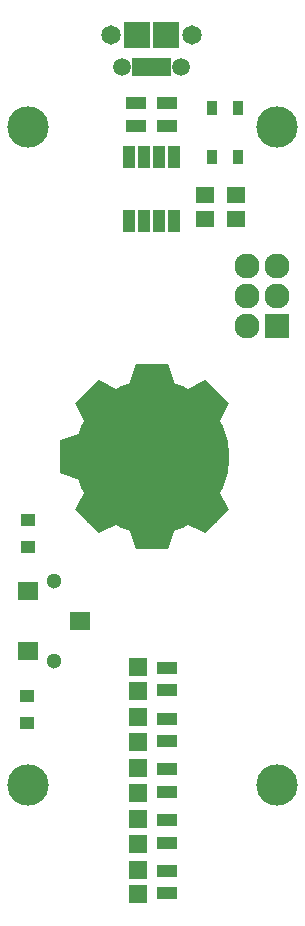
<source format=gts>
G04 #@! TF.GenerationSoftware,KiCad,Pcbnew,(2017-01-24 revision 0b6147e)-makepkg*
G04 #@! TF.CreationDate,2017-06-09T22:20:51-07:00*
G04 #@! TF.ProjectId,POVSpinner,504F565370696E6E65722E6B69636164,rev?*
G04 #@! TF.FileFunction,Soldermask,Top*
G04 #@! TF.FilePolarity,Negative*
%FSLAX46Y46*%
G04 Gerber Fmt 4.6, Leading zero omitted, Abs format (unit mm)*
G04 Created by KiCad (PCBNEW (2017-01-24 revision 0b6147e)-makepkg) date 06/09/17 22:20:51*
%MOMM*%
%LPD*%
G01*
G04 APERTURE LIST*
%ADD10C,0.100000*%
%ADD11R,1.000000X1.950000*%
%ADD12C,3.500000*%
%ADD13R,1.650000X1.400000*%
%ADD14R,1.598880X1.598880*%
%ADD15R,1.700000X1.100000*%
%ADD16R,0.901700X1.303020*%
%ADD17R,1.800000X1.600000*%
%ADD18C,1.300000*%
%ADD19C,1.504000*%
%ADD20C,1.650006*%
%ADD21R,2.299920X2.299920*%
%ADD22R,0.652780X1.602740*%
%ADD23C,1.900000*%
%ADD24C,13.100000*%
%ADD25R,2.127200X2.127200*%
%ADD26O,2.127200X2.127200*%
%ADD27R,1.230000X1.030000*%
G04 APERTURE END LIST*
D10*
D11*
X126405000Y-60700000D03*
X125135000Y-60700000D03*
X123865000Y-60700000D03*
X122595000Y-60700000D03*
X122595000Y-66100000D03*
X123865000Y-66100000D03*
X125135000Y-66100000D03*
X126405000Y-66100000D03*
D12*
X135155000Y-58200000D03*
X114045000Y-58200000D03*
X135155000Y-113900000D03*
X114045000Y-113900000D03*
D13*
X129050000Y-65930000D03*
X129050000Y-63930000D03*
X131630000Y-63920000D03*
X131630000Y-65920000D03*
D14*
X123400000Y-121050980D03*
X123400000Y-123149020D03*
X123400000Y-118849020D03*
X123400000Y-116750980D03*
X123400000Y-112450980D03*
X123400000Y-114549020D03*
X123400000Y-110249020D03*
X123400000Y-108150980D03*
X123400000Y-103850980D03*
X123400000Y-105949020D03*
D15*
X125800000Y-58050000D03*
X125800000Y-56150000D03*
X123200000Y-56150000D03*
X123200000Y-58050000D03*
X125800000Y-123050000D03*
X125800000Y-121150000D03*
X125800000Y-116850000D03*
X125800000Y-118750000D03*
X125800000Y-114450000D03*
X125800000Y-112550000D03*
X125800000Y-108250000D03*
X125800000Y-110150000D03*
X125800000Y-105850000D03*
X125800000Y-103950000D03*
D16*
X131814420Y-56547360D03*
X131814420Y-60692640D03*
X129665580Y-56547360D03*
X129665580Y-60692640D03*
D17*
X114042740Y-97493020D03*
X114042740Y-102493020D03*
X118442740Y-99993020D03*
D18*
X116242740Y-96593020D03*
X116242740Y-103393020D03*
D19*
X127002060Y-53070000D03*
X122002060Y-53070000D03*
D20*
X121070000Y-50400000D03*
X127930000Y-50400000D03*
D21*
X123301120Y-50395380D03*
X125698880Y-50395380D03*
D22*
X123202060Y-53070000D03*
X123852300Y-53070000D03*
X124500000Y-53070000D03*
X125147700Y-53070000D03*
X125797940Y-53070000D03*
D23*
X124550000Y-79222000D03*
D10*
G36*
X126577486Y-80172000D02*
X122522514Y-80172000D01*
X123155848Y-78272000D01*
X125944152Y-78272000D01*
X126577486Y-80172000D01*
X126577486Y-80172000D01*
G37*
D24*
X124550000Y-86080000D03*
D23*
X124550000Y-92938000D03*
D10*
G36*
X122522514Y-91988000D02*
X126577486Y-91988000D01*
X125944152Y-93888000D01*
X123155848Y-93888000D01*
X122522514Y-91988000D01*
X122522514Y-91988000D01*
G37*
D23*
X119724000Y-81254000D03*
D10*
G36*
X121829401Y-80492102D02*
X118962102Y-83359401D01*
X118066434Y-81568063D01*
X120038063Y-79596434D01*
X121829401Y-80492102D01*
X121829401Y-80492102D01*
G37*
D23*
X129376000Y-81254000D03*
D10*
G36*
X130137898Y-83359401D02*
X127270599Y-80492102D01*
X129061937Y-79596434D01*
X131033566Y-81568063D01*
X130137898Y-83359401D01*
X130137898Y-83359401D01*
G37*
D23*
X119724000Y-90906000D03*
D10*
G36*
X118962102Y-88800599D02*
X121829401Y-91667898D01*
X120038063Y-92563566D01*
X118066434Y-90591937D01*
X118962102Y-88800599D01*
X118962102Y-88800599D01*
G37*
D23*
X129376000Y-90906000D03*
D10*
G36*
X127270599Y-91667898D02*
X130137898Y-88800599D01*
X131033566Y-90591937D01*
X129061937Y-92563566D01*
X127270599Y-91667898D01*
X127270599Y-91667898D01*
G37*
D23*
X117692000Y-86080000D03*
D10*
G36*
X118642000Y-84052514D02*
X118642000Y-88107486D01*
X116742000Y-87474152D01*
X116742000Y-84685848D01*
X118642000Y-84052514D01*
X118642000Y-84052514D01*
G37*
D25*
X135090000Y-75050000D03*
D26*
X132550000Y-75050000D03*
X135090000Y-72510000D03*
X132550000Y-72510000D03*
X135090000Y-69970000D03*
X132550000Y-69970000D03*
D27*
X114050000Y-93705000D03*
X114050000Y-91455000D03*
X114000000Y-108595000D03*
X114000000Y-106345000D03*
M02*

</source>
